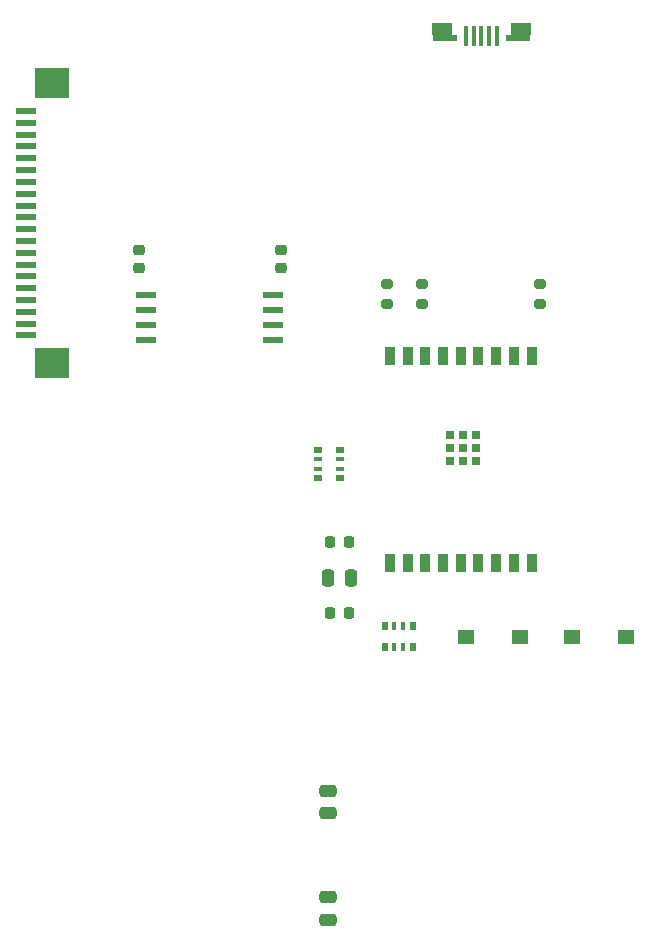
<source format=gbr>
%TF.GenerationSoftware,KiCad,Pcbnew,9.0.6*%
%TF.CreationDate,2025-11-30T12:45:29+03:00*%
%TF.ProjectId,PMIFC-1Wx12,504d4946-432d-4315-9778-31322e6b6963,rev?*%
%TF.SameCoordinates,PX3dfd240PY5f5e100*%
%TF.FileFunction,Paste,Top*%
%TF.FilePolarity,Positive*%
%FSLAX46Y46*%
G04 Gerber Fmt 4.6, Leading zero omitted, Abs format (unit mm)*
G04 Created by KiCad (PCBNEW 9.0.6) date 2025-11-30 12:45:29*
%MOMM*%
%LPD*%
G01*
G04 APERTURE LIST*
G04 Aperture macros list*
%AMRoundRect*
0 Rectangle with rounded corners*
0 $1 Rounding radius*
0 $2 $3 $4 $5 $6 $7 $8 $9 X,Y pos of 4 corners*
0 Add a 4 corners polygon primitive as box body*
4,1,4,$2,$3,$4,$5,$6,$7,$8,$9,$2,$3,0*
0 Add four circle primitives for the rounded corners*
1,1,$1+$1,$2,$3*
1,1,$1+$1,$4,$5*
1,1,$1+$1,$6,$7*
1,1,$1+$1,$8,$9*
0 Add four rect primitives between the rounded corners*
20,1,$1+$1,$2,$3,$4,$5,0*
20,1,$1+$1,$4,$5,$6,$7,0*
20,1,$1+$1,$6,$7,$8,$9,0*
20,1,$1+$1,$8,$9,$2,$3,0*%
G04 Aperture macros list end*
%ADD10RoundRect,0.225000X0.250000X-0.225000X0.250000X0.225000X-0.250000X0.225000X-0.250000X-0.225000X0*%
%ADD11R,1.701800X0.558800*%
%ADD12R,1.346200X1.244600*%
%ADD13RoundRect,0.200000X-0.275000X0.200000X-0.275000X-0.200000X0.275000X-0.200000X0.275000X0.200000X0*%
%ADD14R,0.889000X1.498600*%
%ADD15R,0.711200X0.711200*%
%ADD16RoundRect,0.225000X0.225000X0.250000X-0.225000X0.250000X-0.225000X-0.250000X0.225000X-0.250000X0*%
%ADD17RoundRect,0.250000X0.250000X0.475000X-0.250000X0.475000X-0.250000X-0.475000X0.250000X-0.475000X0*%
%ADD18RoundRect,0.250000X0.475000X-0.250000X0.475000X0.250000X-0.475000X0.250000X-0.475000X-0.250000X0*%
%ADD19RoundRect,0.250000X-0.475000X0.250000X-0.475000X-0.250000X0.475000X-0.250000X0.475000X0.250000X0*%
%ADD20R,0.500000X0.800000*%
%ADD21R,0.400000X0.800000*%
%ADD22R,0.406400X1.750000*%
%ADD23R,1.654126X1.104108*%
%ADD24R,2.108196X0.496100*%
%ADD25R,2.108196X0.496108*%
%ADD26R,1.654066X1.104100*%
%ADD27R,1.800000X0.600000*%
%ADD28R,3.000000X2.600000*%
%ADD29R,0.800000X0.500000*%
%ADD30R,0.800000X0.400000*%
G04 APERTURE END LIST*
D10*
%TO.C,C6*%
X-27000000Y16225000D03*
X-27000000Y17775000D03*
%TD*%
D11*
%TO.C,U11*%
X-26384800Y13905000D03*
X-26384800Y12635000D03*
X-26384800Y11365000D03*
X-26384800Y10095000D03*
X-15615200Y10095000D03*
X-15615200Y11365000D03*
X-15615200Y12635000D03*
X-15615200Y13905000D03*
%TD*%
D10*
%TO.C,C5*%
X-15000000Y16225000D03*
X-15000000Y17775000D03*
%TD*%
D12*
%TO.C,SW2*%
X5286000Y-15000000D03*
X714000Y-15000000D03*
%TD*%
D13*
%TO.C,R1*%
X7000000Y14825000D03*
X7000000Y13175000D03*
%TD*%
D14*
%TO.C,U2*%
X-5749998Y-8750000D03*
X-4249999Y-8750000D03*
X-2749999Y-8750000D03*
X-1250000Y-8750000D03*
X250000Y-8750000D03*
X1750000Y-8750000D03*
X3250002Y-8750000D03*
X4750001Y-8750000D03*
X6250001Y-8750000D03*
X6249998Y8750000D03*
X4749999Y8750000D03*
X3249999Y8750000D03*
X1750000Y8750000D03*
X250000Y8750000D03*
X-1250000Y8750000D03*
X-2750002Y8750000D03*
X-4250001Y8750000D03*
X-5750001Y8750000D03*
D15*
X-650000Y-140000D03*
X450000Y-140000D03*
X1550000Y-140000D03*
X-650000Y960000D03*
X450000Y960000D03*
X1550000Y960000D03*
X-650000Y2060000D03*
X450000Y2060000D03*
X1550000Y2060000D03*
%TD*%
D13*
%TO.C,R3*%
X-3000000Y14825000D03*
X-3000000Y13175000D03*
%TD*%
D16*
%TO.C,C11*%
X-9225000Y-7000000D03*
X-10775000Y-7000000D03*
%TD*%
D17*
%TO.C,C10*%
X-9050000Y-10000000D03*
X-10950000Y-10000000D03*
%TD*%
D16*
%TO.C,C9*%
X-9225000Y-13000000D03*
X-10775000Y-13000000D03*
%TD*%
D13*
%TO.C,R2*%
X-6000000Y14825000D03*
X-6000000Y13175000D03*
%TD*%
D18*
%TO.C,C1*%
X-11000000Y-38950000D03*
X-11000000Y-37050000D03*
%TD*%
D19*
%TO.C,C2*%
X-11000000Y-28050000D03*
X-11000000Y-29950000D03*
%TD*%
D20*
%TO.C,RN2*%
X-3800000Y-14100000D03*
D21*
X-4600000Y-14100000D03*
X-5400000Y-14100000D03*
D20*
X-6200000Y-14100000D03*
X-6200000Y-15900000D03*
D21*
X-5400000Y-15900000D03*
X-4600000Y-15900000D03*
D20*
X-3800000Y-15900000D03*
%TD*%
D22*
%TO.C,J7*%
X3299972Y35877042D03*
X2649986Y35877042D03*
X2000000Y35877042D03*
X1350014Y35877042D03*
D23*
X5327035Y36450204D03*
D24*
X5100001Y35650100D03*
D22*
X700028Y35877042D03*
D25*
X-1099997Y35650096D03*
D26*
X-1327061Y36450200D03*
%TD*%
D27*
%TO.C,JM1*%
X-36546000Y10500000D03*
X-36546000Y11500000D03*
X-36546000Y12500000D03*
X-36546000Y13500000D03*
X-36546000Y14500000D03*
X-36546000Y15500000D03*
X-36546000Y16500000D03*
X-36546000Y17500000D03*
X-36546000Y18500000D03*
X-36546000Y19500000D03*
X-36546000Y20500000D03*
X-36546000Y21500000D03*
X-36546000Y22500000D03*
X-36546000Y23500000D03*
X-36546000Y24500000D03*
X-36546000Y25500000D03*
X-36546000Y26500000D03*
X-36546000Y27500000D03*
X-36546000Y28500000D03*
X-36546000Y29500000D03*
D28*
X-34375000Y8150000D03*
X-34375000Y31850000D03*
%TD*%
D29*
%TO.C,RN1*%
X-11800000Y800000D03*
D30*
X-11800000Y0D03*
X-11800000Y-800000D03*
D29*
X-11800000Y-1600000D03*
X-10000000Y-1600000D03*
D30*
X-10000000Y-800000D03*
X-10000000Y0D03*
D29*
X-10000000Y800000D03*
%TD*%
D12*
%TO.C,SW1*%
X14286000Y-15000000D03*
X9714000Y-15000000D03*
%TD*%
M02*

</source>
